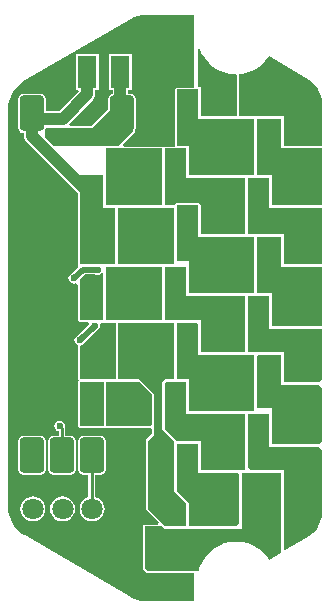
<source format=gbl>
G04 Layer_Physical_Order=2*
G04 Layer_Color=16711680*
%FSLAX25Y25*%
%MOIN*%
G70*
G01*
G75*
%ADD13R,0.06299X0.10630*%
%ADD18C,0.01969*%
%ADD19C,0.01000*%
%ADD20C,0.03937*%
%ADD21C,0.07087*%
%ADD22C,0.02362*%
%ADD23C,0.03150*%
G04:AMPARAMS|DCode=24|XSize=118.11mil|YSize=78.74mil|CornerRadius=9.84mil|HoleSize=0mil|Usage=FLASHONLY|Rotation=90.000|XOffset=0mil|YOffset=0mil|HoleType=Round|Shape=RoundedRectangle|*
%AMROUNDEDRECTD24*
21,1,0.11811,0.05906,0,0,90.0*
21,1,0.09843,0.07874,0,0,90.0*
1,1,0.01969,0.02953,0.04921*
1,1,0.01969,0.02953,-0.04921*
1,1,0.01969,-0.02953,-0.04921*
1,1,0.01969,-0.02953,0.04921*
%
%ADD24ROUNDEDRECTD24*%
G36*
X60458Y196303D02*
Y196299D01*
X62207Y196162D01*
X62506Y196090D01*
Y171979D01*
X56945D01*
X56493Y171792D01*
X56306Y171340D01*
Y152639D01*
X56075Y152294D01*
X53008D01*
X52516Y152121D01*
X52024Y152294D01*
X39069D01*
X38768Y153022D01*
X42775Y157028D01*
X42962Y157480D01*
Y158041D01*
X43039Y158427D01*
Y168269D01*
X42917Y168884D01*
X42568Y169404D01*
X42048Y169753D01*
X41433Y169875D01*
X40573D01*
Y171260D01*
X41732D01*
Y183071D01*
X34252D01*
Y171260D01*
X35411D01*
Y169852D01*
X34913Y169753D01*
X34392Y169404D01*
X34044Y168884D01*
X33922Y168269D01*
Y167594D01*
X33810Y167323D01*
Y164635D01*
X28278Y159104D01*
X21151D01*
X20825Y159891D01*
X28794Y167860D01*
X29204Y168394D01*
X29462Y169017D01*
X29550Y169685D01*
Y171260D01*
X30709D01*
Y183071D01*
X23228D01*
Y171260D01*
X23779D01*
X24106Y170472D01*
X17632Y163998D01*
X13039D01*
Y168269D01*
X12916Y168884D01*
X12569Y169404D01*
X12048Y169753D01*
X11433Y169875D01*
X5528D01*
X4913Y169753D01*
X4392Y169404D01*
X4044Y168884D01*
X3922Y168269D01*
Y158427D01*
X4044Y157812D01*
X4392Y157291D01*
X4913Y156943D01*
X5528Y156821D01*
X5899D01*
Y155890D01*
X5987Y155222D01*
X6245Y154599D01*
X6655Y154065D01*
X23825Y136894D01*
Y113269D01*
X24013Y112817D01*
X23892Y112015D01*
X21916Y110039D01*
X21805Y110017D01*
X21219Y109625D01*
X20827Y109039D01*
X20690Y108348D01*
X20827Y107657D01*
X21219Y107071D01*
X21805Y106679D01*
X22496Y106542D01*
X23038Y106649D01*
X23572Y106365D01*
X23825Y106158D01*
Y94568D01*
X24013Y94116D01*
X24465Y93929D01*
X27196D01*
X27434Y93638D01*
X27649Y93260D01*
X27657Y93142D01*
X23885Y89370D01*
X23773Y89347D01*
X23187Y88956D01*
X22796Y88370D01*
X22658Y87678D01*
X22796Y86987D01*
X23187Y86401D01*
X23773Y86010D01*
X23925Y85980D01*
X23967Y85900D01*
Y74803D01*
X24154Y74351D01*
X24154Y74351D01*
X23967Y73899D01*
Y59055D01*
X24154Y58603D01*
X24606Y58416D01*
X32480D01*
X32902Y58590D01*
X33323Y58416D01*
X48028D01*
X48432Y58147D01*
Y56447D01*
X46650Y54666D01*
X46463Y54214D01*
X46463Y31576D01*
X46650Y31124D01*
X50737Y27038D01*
X50436Y26310D01*
X46118Y26310D01*
X45666Y26123D01*
X45666Y26123D01*
X45479Y25671D01*
X45479Y11891D01*
X45479Y11891D01*
X45479Y11891D01*
X45575Y11658D01*
X45666Y11439D01*
X45666Y11439D01*
X45666Y11439D01*
X46818Y10287D01*
X47037Y10197D01*
X47270Y10100D01*
X62506D01*
Y921D01*
X62207Y849D01*
X60458Y711D01*
Y708D01*
X60458Y708D01*
X47102D01*
X47102Y708D01*
Y711D01*
X45353Y849D01*
X43648Y1258D01*
X42027Y1930D01*
X41528Y2236D01*
X41511Y2206D01*
X6078Y22663D01*
X6095Y22693D01*
X5098Y23304D01*
X3764Y24443D01*
X2624Y25777D01*
X1708Y27273D01*
X1037Y28894D01*
X627Y30599D01*
X489Y32348D01*
X486D01*
X486Y32348D01*
Y164662D01*
X486Y164662D01*
X489D01*
X627Y166411D01*
X1037Y168117D01*
X1708Y169738D01*
X2624Y171234D01*
X3764Y172568D01*
X5098Y173707D01*
X6095Y174318D01*
X6095Y174318D01*
X6095Y174318D01*
X6107Y174364D01*
X41511Y194805D01*
X41528Y194775D01*
X42027Y195081D01*
X43648Y195752D01*
X45353Y196162D01*
X47102Y196299D01*
Y196303D01*
X47102Y196303D01*
X60458D01*
X60458Y196303D01*
D02*
G37*
G36*
X65030Y183425D02*
X66091Y181694D01*
X67409Y180149D01*
X68954Y178831D01*
X70685Y177769D01*
X72561Y176992D01*
X74536Y176518D01*
X76560Y176359D01*
X76772Y176164D01*
Y162402D01*
X64961D01*
Y172244D01*
X63976D01*
Y173228D01*
Y184661D01*
X64476Y184761D01*
X65030Y183425D01*
D02*
G37*
G36*
X42323Y157480D02*
X37402Y152559D01*
X15748D01*
X12795Y155512D01*
Y157631D01*
X12916Y157812D01*
X13039Y158427D01*
Y158465D01*
X28543D01*
X34449Y164370D01*
Y167323D01*
X35411D01*
Y161867D01*
X35499Y161199D01*
X35757Y160577D01*
X36167Y160042D01*
X36702Y159632D01*
X37324Y159374D01*
X37992Y159286D01*
X38660Y159374D01*
X39283Y159632D01*
X39817Y160042D01*
X40227Y160577D01*
X40485Y161199D01*
X40573Y161867D01*
Y167323D01*
X42323D01*
Y157480D01*
D02*
G37*
G36*
X99938Y175239D02*
X99921Y175209D01*
X100918Y174599D01*
X102252Y173459D01*
X103391Y172125D01*
X104308Y170630D01*
X104979Y169009D01*
X105173Y168201D01*
Y152639D01*
X92378D01*
Y162482D01*
X77614D01*
X77614Y176442D01*
X78585Y176518D01*
X80560Y176992D01*
X82436Y177769D01*
X84167Y178831D01*
X85711Y180149D01*
X87030Y181694D01*
X87482Y182431D01*
X99938Y175239D01*
D02*
G37*
G36*
X63835Y161497D02*
X82535D01*
Y142797D01*
X60882D01*
Y152639D01*
X56945D01*
Y171340D01*
X63835D01*
Y161497D01*
D02*
G37*
G36*
X91394Y151655D02*
X105173D01*
Y132954D01*
X88441D01*
Y142797D01*
X83520D01*
Y161497D01*
X91394D01*
Y151655D01*
D02*
G37*
G36*
X52024Y132954D02*
X33323D01*
Y151655D01*
X52024D01*
Y132954D01*
D02*
G37*
G36*
X59898Y141812D02*
X79583D01*
Y123112D01*
X64819D01*
Y132954D01*
X64474D01*
X64287Y133406D01*
X63835Y133593D01*
X56945D01*
X56493Y133406D01*
X56306Y132954D01*
X53008D01*
Y151655D01*
X59898D01*
Y141812D01*
D02*
G37*
G36*
X87457Y131970D02*
X105173D01*
Y113269D01*
X92378D01*
Y123112D01*
X80567D01*
Y141812D01*
X87457D01*
Y131970D01*
D02*
G37*
G36*
X55961Y113269D02*
X37260D01*
Y131970D01*
X55961D01*
Y113269D01*
D02*
G37*
G36*
X32339Y131970D02*
X36276D01*
Y113269D01*
X24465D01*
Y142797D01*
X32339D01*
Y131970D01*
D02*
G37*
G36*
Y110158D02*
Y94568D01*
X24465D01*
Y108046D01*
X26114Y109695D01*
X29584D01*
X29679Y109632D01*
X30370Y109494D01*
X31061Y109632D01*
X31647Y110023D01*
X31839Y110310D01*
X32339Y110158D01*
D02*
G37*
G36*
X63835Y122127D02*
X82535D01*
Y103427D01*
X60882D01*
Y114253D01*
X56945D01*
Y132954D01*
X63835D01*
Y122127D01*
D02*
G37*
G36*
X52024Y94568D02*
X33323D01*
Y112285D01*
X52024D01*
Y94568D01*
D02*
G37*
G36*
X91394Y112285D02*
X105173D01*
Y92600D01*
X88441D01*
Y103427D01*
X83520D01*
Y122127D01*
X91394D01*
Y112285D01*
D02*
G37*
G36*
X59898Y102442D02*
X79583D01*
Y83741D01*
X64819D01*
Y94568D01*
X53008D01*
Y112285D01*
X59898D01*
Y102442D01*
D02*
G37*
G36*
X36417Y74803D02*
X24606D01*
Y85900D01*
X25156Y86010D01*
X25742Y86401D01*
X26133Y86987D01*
X26156Y87099D01*
X29965Y90909D01*
X30077Y90931D01*
X30663Y91322D01*
X31055Y91909D01*
X31192Y92600D01*
X31112Y93004D01*
X31468Y93504D01*
X36417D01*
Y74803D01*
D02*
G37*
G36*
X87457Y91615D02*
X105173D01*
Y74883D01*
X104189Y73899D01*
X92378D01*
Y83741D01*
X80567D01*
Y102442D01*
X87457D01*
Y91615D01*
D02*
G37*
G36*
X63835Y93230D02*
X63835Y82757D01*
X82535Y82757D01*
X82535Y64056D01*
X60882D01*
Y74883D01*
X56945D01*
Y93584D01*
X63481D01*
X63835Y93230D01*
D02*
G37*
G36*
X48382Y69667D02*
X48382Y59409D01*
X48028Y59055D01*
X33323D01*
Y73899D01*
X44150Y73899D01*
X48382Y69667D01*
D02*
G37*
G36*
X32480Y59055D02*
X24606D01*
Y73899D01*
X32480D01*
Y59055D01*
D02*
G37*
G36*
X91394Y82757D02*
Y72915D01*
X104189Y72915D01*
X105173Y71930D01*
Y54214D01*
X104189Y53230D01*
X88441D01*
Y65041D01*
X83520D01*
X83520Y82404D01*
X83873Y82757D01*
X91394Y82757D01*
D02*
G37*
G36*
X59898Y63072D02*
X79583D01*
Y44372D01*
X64819D01*
Y54214D01*
X56945D01*
X53008Y58151D01*
X53008Y73545D01*
X53361Y73899D01*
X59898D01*
Y63072D01*
D02*
G37*
G36*
X63835Y43387D02*
X77261Y43387D01*
X77614Y43034D01*
Y26655D01*
X76630Y25671D01*
X61235Y25671D01*
X60882Y26024D01*
Y33545D01*
X56945Y37482D01*
Y53230D01*
X63835D01*
X63835Y43387D01*
D02*
G37*
G36*
X55961Y93584D02*
X55961Y74883D01*
X53008D01*
Y74883D01*
X52024Y73899D01*
Y58151D01*
X55961Y54214D01*
Y37482D01*
X59898Y33545D01*
Y25671D01*
X53008D01*
X47102Y31576D01*
X47102Y54214D01*
X49071Y56182D01*
Y69962D01*
X44150Y74883D01*
Y74883D01*
X37260D01*
Y93584D01*
X55961Y93584D01*
D02*
G37*
G36*
X91394Y17797D02*
Y16838D01*
X87525Y14605D01*
X87100Y15300D01*
X85781Y16844D01*
X84237Y18163D01*
X82505Y19224D01*
X80629Y20001D01*
X78654Y20475D01*
X76630Y20634D01*
X74605Y20475D01*
X72631Y20001D01*
X70755Y19224D01*
X69023Y18163D01*
X67479Y16844D01*
X66160Y15300D01*
X65099Y13568D01*
X64322Y11692D01*
X64093Y10740D01*
X47270D01*
X46118Y11891D01*
X46118Y25671D01*
X52024Y25671D01*
X53008Y24686D01*
X78598Y24686D01*
Y43387D01*
X91394D01*
Y17797D01*
D02*
G37*
G36*
X87457Y52245D02*
X104189D01*
X105173Y51261D01*
Y28810D01*
X104979Y28002D01*
X104308Y26381D01*
X103391Y24885D01*
X102252Y23551D01*
X100918Y22412D01*
X99921Y21801D01*
X99938Y21772D01*
X92811Y17657D01*
X92378Y17907D01*
Y44372D01*
X81551D01*
X80567Y45356D01*
Y63072D01*
X87457D01*
Y52245D01*
D02*
G37*
%LPC*%
G36*
X17717Y60861D02*
X17025Y60724D01*
X16439Y60332D01*
X16048Y59746D01*
X15910Y59055D01*
X16048Y58364D01*
X16439Y57778D01*
X17025Y57386D01*
X17368Y57318D01*
Y55938D01*
X15528D01*
X14913Y55816D01*
X14392Y55467D01*
X14044Y54947D01*
X13922Y54332D01*
Y44490D01*
X14044Y43875D01*
X14392Y43354D01*
X14913Y43006D01*
X15528Y42884D01*
X21433D01*
X22048Y43006D01*
X22569Y43354D01*
X22917Y43875D01*
X23039Y44490D01*
Y54332D01*
X22917Y54947D01*
X22569Y55467D01*
X22048Y55816D01*
X21433Y55938D01*
X19592D01*
Y58291D01*
X19508Y58717D01*
X19467Y58777D01*
X19523Y59055D01*
X19385Y59746D01*
X18994Y60332D01*
X18408Y60724D01*
X17717Y60861D01*
D02*
G37*
G36*
X11433Y55938D02*
X5528D01*
X4913Y55816D01*
X4392Y55467D01*
X4044Y54947D01*
X3922Y54332D01*
Y44490D01*
X4044Y43875D01*
X4392Y43354D01*
X4913Y43006D01*
X5528Y42884D01*
X11433D01*
X12048Y43006D01*
X12569Y43354D01*
X12916Y43875D01*
X13039Y44490D01*
Y54332D01*
X12916Y54947D01*
X12569Y55467D01*
X12048Y55816D01*
X11433Y55938D01*
D02*
G37*
G36*
X31433D02*
X25528D01*
X24913Y55816D01*
X24392Y55467D01*
X24044Y54947D01*
X23922Y54332D01*
Y44490D01*
X24044Y43875D01*
X24392Y43354D01*
X24913Y43006D01*
X25528Y42884D01*
X27290D01*
Y35451D01*
X26459Y35107D01*
X25595Y34444D01*
X24932Y33581D01*
X24516Y32575D01*
X24374Y31496D01*
X24516Y30417D01*
X24932Y29411D01*
X25595Y28548D01*
X26459Y27885D01*
X27464Y27469D01*
X28543Y27327D01*
X29623Y27469D01*
X30628Y27885D01*
X31492Y28548D01*
X32154Y29411D01*
X32571Y30417D01*
X32713Y31496D01*
X32571Y32575D01*
X32154Y33581D01*
X31492Y34444D01*
X30628Y35107D01*
X29623Y35524D01*
X29513Y35538D01*
Y42884D01*
X31433D01*
X32048Y43006D01*
X32568Y43354D01*
X32917Y43875D01*
X33039Y44490D01*
Y54332D01*
X32917Y54947D01*
X32568Y55467D01*
X32048Y55816D01*
X31433Y55938D01*
D02*
G37*
G36*
X18701Y35666D02*
X17622Y35524D01*
X16616Y35107D01*
X15753Y34444D01*
X15090Y33581D01*
X14673Y32575D01*
X14531Y31496D01*
X14673Y30417D01*
X15090Y29411D01*
X15753Y28548D01*
X16616Y27885D01*
X17622Y27469D01*
X18701Y27327D01*
X19780Y27469D01*
X20786Y27885D01*
X21649Y28548D01*
X22312Y29411D01*
X22728Y30417D01*
X22870Y31496D01*
X22728Y32575D01*
X22312Y33581D01*
X21649Y34444D01*
X20786Y35107D01*
X19780Y35524D01*
X18701Y35666D01*
D02*
G37*
G36*
X8858D02*
X7779Y35524D01*
X6774Y35107D01*
X5910Y34444D01*
X5247Y33581D01*
X4831Y32575D01*
X4689Y31496D01*
X4831Y30417D01*
X5247Y29411D01*
X5910Y28548D01*
X6774Y27885D01*
X7779Y27469D01*
X8858Y27327D01*
X9937Y27469D01*
X10943Y27885D01*
X11807Y28548D01*
X12469Y29411D01*
X12886Y30417D01*
X13028Y31496D01*
X12886Y32575D01*
X12469Y33581D01*
X11807Y34444D01*
X10943Y35107D01*
X9937Y35524D01*
X8858Y35666D01*
D02*
G37*
%LPD*%
D13*
X37992Y177165D02*
D03*
X26969D02*
D03*
D18*
X24465Y87678D02*
X29386Y92600D01*
X24465Y87678D02*
X24465D01*
X22496Y108348D02*
X25449Y111301D01*
X30370D01*
D19*
X37992Y161867D02*
X38480Y161379D01*
X17717Y59055D02*
X18480Y58291D01*
Y51379D02*
Y58291D01*
X28402Y51301D02*
X28480Y51379D01*
X28402Y31576D02*
Y51301D01*
D20*
X27559Y128937D02*
Y136811D01*
X8480Y155890D02*
X27559Y136811D01*
X8480Y155890D02*
Y161379D01*
X37992Y161867D02*
Y177165D01*
X8480Y161379D02*
X8518Y161417D01*
X18701D01*
X26969Y169685D01*
Y177165D01*
X38480Y46354D02*
Y51379D01*
X38386Y46260D02*
X38480Y46354D01*
X8480Y51379D02*
X8858Y51001D01*
Y46260D02*
Y51001D01*
D21*
Y31496D02*
D03*
X18701D02*
D03*
X28543D02*
D03*
X38386D02*
D03*
D22*
X21654Y62992D02*
D03*
X19685Y68898D02*
D03*
X47244Y187008D02*
D03*
X59055D02*
D03*
X18701Y137795D02*
D03*
Y129921D02*
D03*
Y118110D02*
D03*
Y106299D02*
D03*
Y94488D02*
D03*
Y80709D02*
D03*
X27559Y21654D02*
D03*
X59055Y3937D02*
D03*
X47244D02*
D03*
X35433Y9843D02*
D03*
X21654Y15748D02*
D03*
X9843Y23622D02*
D03*
X3937Y41339D02*
D03*
Y68898D02*
D03*
Y80709D02*
D03*
Y94488D02*
D03*
Y106299D02*
D03*
Y118110D02*
D03*
Y129921D02*
D03*
Y141732D02*
D03*
Y155512D02*
D03*
X5906Y171260D02*
D03*
X17717Y179134D02*
D03*
X31496Y187008D02*
D03*
X47244Y192913D02*
D03*
X59055D02*
D03*
X19685Y155512D02*
D03*
X15748D02*
D03*
X66787Y165434D02*
D03*
Y169371D02*
D03*
X70724D02*
D03*
Y165434D02*
D03*
X74661D02*
D03*
Y169371D02*
D03*
X61866Y165434D02*
D03*
Y169371D02*
D03*
X58913Y169371D02*
D03*
Y165434D02*
D03*
X70724Y173309D02*
D03*
X66787D02*
D03*
X54976Y16812D02*
D03*
X51039D02*
D03*
Y20749D02*
D03*
X54976D02*
D03*
Y12875D02*
D03*
X51039D02*
D03*
X81551Y37482D02*
D03*
Y41419D02*
D03*
X89425D02*
D03*
X85488D02*
D03*
Y37482D02*
D03*
X89425D02*
D03*
X34307Y76852D02*
D03*
Y80789D02*
D03*
X31354D02*
D03*
Y76852D02*
D03*
X47102Y88663D02*
D03*
X43165D02*
D03*
X39228D02*
D03*
X47102Y84726D02*
D03*
X39228D02*
D03*
X43165D02*
D03*
X47102Y80789D02*
D03*
Y76852D02*
D03*
X43165D02*
D03*
Y80789D02*
D03*
X39228D02*
D03*
Y76852D02*
D03*
X34307Y116222D02*
D03*
Y120159D02*
D03*
X31354D02*
D03*
Y116222D02*
D03*
X47102Y128033D02*
D03*
X43165D02*
D03*
X39228D02*
D03*
X47102Y124096D02*
D03*
X39228D02*
D03*
X43165D02*
D03*
X47102Y120159D02*
D03*
Y116222D02*
D03*
X43165D02*
D03*
Y120159D02*
D03*
X39228D02*
D03*
Y116222D02*
D03*
X43165Y61104D02*
D03*
X39228D02*
D03*
X35291D02*
D03*
Y65041D02*
D03*
X39228D02*
D03*
X43165D02*
D03*
X35291Y68978D02*
D03*
X39228D02*
D03*
X43165D02*
D03*
X47102D02*
D03*
Y65041D02*
D03*
Y61104D02*
D03*
X27417D02*
D03*
X30370D02*
D03*
X35291Y96537D02*
D03*
X39228D02*
D03*
X43165D02*
D03*
Y100474D02*
D03*
X39228D02*
D03*
X35291D02*
D03*
Y104411D02*
D03*
X39228D02*
D03*
X43165D02*
D03*
X35291Y108348D02*
D03*
X39228D02*
D03*
X43165D02*
D03*
X47102D02*
D03*
Y104411D02*
D03*
Y100474D02*
D03*
Y96537D02*
D03*
X27417Y100474D02*
D03*
X30370D02*
D03*
X27417Y96537D02*
D03*
X30370D02*
D03*
X35291Y135907D02*
D03*
X39228D02*
D03*
X43165D02*
D03*
Y139844D02*
D03*
X39228D02*
D03*
X35291D02*
D03*
Y143781D02*
D03*
X39228D02*
D03*
X43165D02*
D03*
X35291Y147718D02*
D03*
X39228D02*
D03*
X43165D02*
D03*
X47102D02*
D03*
Y143781D02*
D03*
Y139844D02*
D03*
Y135907D02*
D03*
X27417Y139844D02*
D03*
X30370D02*
D03*
X27417Y135907D02*
D03*
X30370D02*
D03*
X89425Y155592D02*
D03*
X86472D02*
D03*
X89425Y159529D02*
D03*
X86472D02*
D03*
X85488Y135907D02*
D03*
X82535D02*
D03*
X85488Y139844D02*
D03*
X82535D02*
D03*
X89425Y116222D02*
D03*
X86472D02*
D03*
X89425Y120159D02*
D03*
X86472D02*
D03*
X85488Y96537D02*
D03*
X82535D02*
D03*
X85488Y100474D02*
D03*
X82535D02*
D03*
X89425Y76852D02*
D03*
X86472D02*
D03*
X89425Y80789D02*
D03*
X86472D02*
D03*
X85488Y57167D02*
D03*
X82535D02*
D03*
X85488Y61104D02*
D03*
X82535D02*
D03*
X57929Y27639D02*
D03*
Y31576D02*
D03*
X57929Y67009D02*
D03*
Y70946D02*
D03*
X57929Y106379D02*
D03*
Y110316D02*
D03*
X57929Y145749D02*
D03*
Y149686D02*
D03*
X102220Y135907D02*
D03*
Y139844D02*
D03*
Y143781D02*
D03*
Y147718D02*
D03*
X98283D02*
D03*
X94346D02*
D03*
X90409D02*
D03*
X98283Y143781D02*
D03*
X94346D02*
D03*
X90409D02*
D03*
Y139844D02*
D03*
X94346D02*
D03*
X98283D02*
D03*
Y135907D02*
D03*
X94346D02*
D03*
X90409D02*
D03*
X102220Y167403D02*
D03*
X98283D02*
D03*
X94346D02*
D03*
X102220Y163466D02*
D03*
X94346D02*
D03*
X98283D02*
D03*
X102220Y159529D02*
D03*
Y155592D02*
D03*
X98283D02*
D03*
Y159529D02*
D03*
X94346D02*
D03*
Y155592D02*
D03*
X102220Y96537D02*
D03*
Y100474D02*
D03*
Y104411D02*
D03*
Y108348D02*
D03*
X98283D02*
D03*
X94346D02*
D03*
X90409D02*
D03*
X98283Y104411D02*
D03*
X94346D02*
D03*
X90409D02*
D03*
Y100474D02*
D03*
X94346D02*
D03*
X98283D02*
D03*
Y96537D02*
D03*
X94346D02*
D03*
X90409D02*
D03*
X102220Y128033D02*
D03*
X98283D02*
D03*
X94346D02*
D03*
X102220Y124096D02*
D03*
X94346D02*
D03*
X98283D02*
D03*
X102220Y120159D02*
D03*
Y116222D02*
D03*
X98283D02*
D03*
Y120159D02*
D03*
X94346D02*
D03*
Y116222D02*
D03*
Y76852D02*
D03*
Y80789D02*
D03*
X98283D02*
D03*
Y76852D02*
D03*
X102220D02*
D03*
Y80789D02*
D03*
X98283Y84726D02*
D03*
X94346D02*
D03*
X102220D02*
D03*
X94346Y88663D02*
D03*
X98283D02*
D03*
X102220D02*
D03*
X90409Y57167D02*
D03*
X94346D02*
D03*
X98283D02*
D03*
Y61104D02*
D03*
X94346D02*
D03*
X90409D02*
D03*
Y65041D02*
D03*
X94346D02*
D03*
X98283D02*
D03*
X90409Y68978D02*
D03*
X94346D02*
D03*
X98283D02*
D03*
X102220D02*
D03*
Y65041D02*
D03*
Y61104D02*
D03*
Y57167D02*
D03*
Y49293D02*
D03*
X98283D02*
D03*
X94346D02*
D03*
X102220Y45356D02*
D03*
X94346D02*
D03*
X98283D02*
D03*
X102220Y41419D02*
D03*
Y37482D02*
D03*
X98283D02*
D03*
Y41419D02*
D03*
X94346D02*
D03*
Y37482D02*
D03*
X58913Y51261D02*
D03*
X62850Y27639D02*
D03*
X66787D02*
D03*
X70724D02*
D03*
Y31576D02*
D03*
X66787D02*
D03*
X62850D02*
D03*
Y35513D02*
D03*
X66787D02*
D03*
X70724D02*
D03*
X62850Y39450D02*
D03*
X66787D02*
D03*
X61866Y51261D02*
D03*
Y47324D02*
D03*
X58913D02*
D03*
X74661Y31576D02*
D03*
Y27639D02*
D03*
X54976D02*
D03*
Y31576D02*
D03*
Y67009D02*
D03*
Y70946D02*
D03*
Y145749D02*
D03*
Y149686D02*
D03*
X70724Y157560D02*
D03*
X66787D02*
D03*
X62850D02*
D03*
X70724Y153623D02*
D03*
X66787D02*
D03*
X62850D02*
D03*
Y149686D02*
D03*
X66787D02*
D03*
X70724D02*
D03*
Y145749D02*
D03*
X66787D02*
D03*
X62850D02*
D03*
X74661D02*
D03*
Y149686D02*
D03*
Y153623D02*
D03*
Y157560D02*
D03*
X66787Y126064D02*
D03*
Y130001D02*
D03*
X70724D02*
D03*
Y126064D02*
D03*
X74661D02*
D03*
Y130001D02*
D03*
X70724Y133938D02*
D03*
X66787D02*
D03*
X74661D02*
D03*
X66787Y137875D02*
D03*
X70724D02*
D03*
X74661D02*
D03*
Y118190D02*
D03*
Y114253D02*
D03*
Y110316D02*
D03*
Y106379D02*
D03*
X66787Y47324D02*
D03*
Y51261D02*
D03*
X70724D02*
D03*
Y47324D02*
D03*
X74661D02*
D03*
Y51261D02*
D03*
X70724Y55198D02*
D03*
X66787D02*
D03*
X74661D02*
D03*
X66787Y59135D02*
D03*
X70724D02*
D03*
X74661D02*
D03*
Y67009D02*
D03*
Y70946D02*
D03*
Y74883D02*
D03*
Y78820D02*
D03*
X54976Y110316D02*
D03*
Y106379D02*
D03*
X74661Y98505D02*
D03*
X70724D02*
D03*
X66787D02*
D03*
X74661Y94568D02*
D03*
X66787D02*
D03*
X70724D02*
D03*
X74661Y90631D02*
D03*
Y86694D02*
D03*
X70724D02*
D03*
Y90631D02*
D03*
X66787D02*
D03*
Y86694D02*
D03*
X62850Y106379D02*
D03*
X66787D02*
D03*
X70724D02*
D03*
Y110316D02*
D03*
X66787D02*
D03*
X62850D02*
D03*
Y114253D02*
D03*
X66787D02*
D03*
X70724D02*
D03*
X58913Y126064D02*
D03*
Y130001D02*
D03*
X61866D02*
D03*
Y126064D02*
D03*
X62850Y118190D02*
D03*
X66787D02*
D03*
X70724D02*
D03*
Y78820D02*
D03*
X66787D02*
D03*
X62850D02*
D03*
X61866Y86694D02*
D03*
Y90631D02*
D03*
X58913D02*
D03*
Y86694D02*
D03*
X70724Y74883D02*
D03*
X66787D02*
D03*
X62850D02*
D03*
Y70946D02*
D03*
X66787D02*
D03*
X70724D02*
D03*
Y67009D02*
D03*
X66787D02*
D03*
X62850D02*
D03*
X17717Y59055D02*
D03*
X29386Y92600D02*
D03*
X24465Y87678D02*
D03*
X22496Y108348D02*
D03*
X30370Y111301D02*
D03*
D23*
X38386Y46260D02*
D03*
X8858D02*
D03*
D24*
X38480Y49411D02*
D03*
X28480D02*
D03*
X18480D02*
D03*
X8480D02*
D03*
Y163348D02*
D03*
X38480D02*
D03*
M02*

</source>
